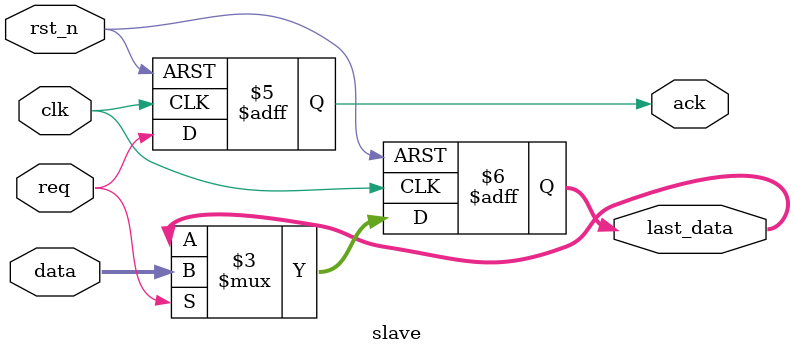
<source format=v>
module slave (
    input  wire        clk,
    input  wire        rst_n,
    input  wire        req,
    input  wire [31:0] data,
    output reg         ack,
    output reg [31:0]  last_data
);

    always @(posedge clk or negedge rst_n) begin
        if (!rst_n) begin
            ack <= 1'b0;
            last_data <= 32'd0;
        end else begin
            ack <= req;
            if (req)
                last_data <= data;
        end
    end
endmodule

</source>
